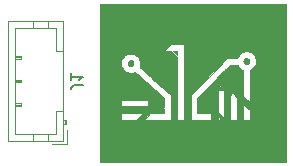
<source format=gbr>
%TF.GenerationSoftware,KiCad,Pcbnew,(5.1.9-0-10_14)*%
%TF.CreationDate,2021-07-31T12:38:44+08:00*%
%TF.ProjectId,Encoder,456e636f-6465-4722-9e6b-696361645f70,rev?*%
%TF.SameCoordinates,Original*%
%TF.FileFunction,Legend,Bot*%
%TF.FilePolarity,Positive*%
%FSLAX46Y46*%
G04 Gerber Fmt 4.6, Leading zero omitted, Abs format (unit mm)*
G04 Created by KiCad (PCBNEW (5.1.9-0-10_14)) date 2021-07-31 12:38:44*
%MOMM*%
%LPD*%
G01*
G04 APERTURE LIST*
%ADD10C,0.010000*%
%ADD11C,0.120000*%
%ADD12C,0.150000*%
G04 APERTURE END LIST*
D10*
%TO.C,G\u002A\u002A\u002A*%
G36*
X148856700Y-102400100D02*
G01*
X133083300Y-102400100D01*
X133083300Y-106349800D01*
X138550866Y-106349800D01*
X138830050Y-106070400D01*
X139109233Y-105791000D01*
X140224908Y-105791000D01*
X140216458Y-107915075D01*
X140215486Y-108166485D01*
X140214546Y-108423753D01*
X140213644Y-108684502D01*
X140212785Y-108946355D01*
X140211977Y-109206934D01*
X140211226Y-109463864D01*
X140210538Y-109714766D01*
X140209918Y-109957263D01*
X140209374Y-110188979D01*
X140208912Y-110407537D01*
X140208538Y-110610559D01*
X140208258Y-110795668D01*
X140208078Y-110960487D01*
X140208005Y-111102640D01*
X140208004Y-111121825D01*
X140208000Y-112204500D01*
X140779500Y-112204500D01*
X140779500Y-110111347D01*
X142306105Y-108557599D01*
X143832710Y-107003850D01*
X144233330Y-106996049D01*
X144358737Y-106993621D01*
X144461083Y-106991611D01*
X144542700Y-106989883D01*
X144605923Y-106988302D01*
X144653082Y-106986732D01*
X144686512Y-106985037D01*
X144708544Y-106983082D01*
X144721512Y-106980731D01*
X144727749Y-106977849D01*
X144729588Y-106974300D01*
X144729360Y-106969947D01*
X144729200Y-106967221D01*
X144734622Y-106948675D01*
X144749153Y-106913651D01*
X144770192Y-106868208D01*
X144782349Y-106843452D01*
X144853794Y-106728423D01*
X144945168Y-106626448D01*
X145053261Y-106540101D01*
X145174866Y-106471955D01*
X145303437Y-106425477D01*
X145402562Y-106407640D01*
X145512973Y-106402642D01*
X145624822Y-106410131D01*
X145728261Y-106429753D01*
X145768499Y-106442114D01*
X145898919Y-106500491D01*
X146016507Y-106578048D01*
X146118036Y-106672228D01*
X146200279Y-106780471D01*
X146205108Y-106788306D01*
X146266498Y-106909863D01*
X146304575Y-107035817D01*
X146320746Y-107171148D01*
X146321485Y-107200700D01*
X146319340Y-107297617D01*
X146309216Y-107379893D01*
X146288885Y-107457630D01*
X146256120Y-107540927D01*
X146237646Y-107580987D01*
X146181469Y-107676729D01*
X146108167Y-107768119D01*
X146023566Y-107849193D01*
X145933494Y-107913985D01*
X145888789Y-107938142D01*
X145797429Y-107981750D01*
X145797119Y-108316763D01*
X146177000Y-108316763D01*
X146177000Y-108280992D01*
X146178427Y-108259345D01*
X146187223Y-108249888D01*
X146210162Y-108249208D01*
X146235020Y-108251760D01*
X146293041Y-108258300D01*
X146288995Y-108209691D01*
X146283555Y-108177865D01*
X146269346Y-108157255D01*
X146239433Y-108138833D01*
X146231567Y-108134916D01*
X146198063Y-108115956D01*
X146182216Y-108097360D01*
X146177675Y-108071193D01*
X146177592Y-108067475D01*
X146179747Y-108039496D01*
X146185793Y-108026649D01*
X146186525Y-108026554D01*
X146201396Y-108033836D01*
X146228672Y-108051998D01*
X146246338Y-108064953D01*
X146296626Y-108102999D01*
X146313334Y-108071111D01*
X146339084Y-108043338D01*
X146374598Y-108028875D01*
X146409506Y-108031322D01*
X146417090Y-108035102D01*
X146442026Y-108059561D01*
X146458263Y-108098416D01*
X146466857Y-108155356D01*
X146468937Y-108216700D01*
X146469149Y-108324650D01*
X146323074Y-108320707D01*
X146177000Y-108316763D01*
X145797119Y-108316763D01*
X145796757Y-108707476D01*
X146179718Y-108707476D01*
X146193339Y-108700036D01*
X146210443Y-108699271D01*
X146246850Y-108699241D01*
X146242761Y-108799151D01*
X146241223Y-108849388D01*
X146242482Y-108879855D01*
X146247735Y-108896130D01*
X146258183Y-108903792D01*
X146265763Y-108906145D01*
X146288901Y-108905957D01*
X146301083Y-108888375D01*
X146303554Y-108850647D01*
X146301828Y-108826352D01*
X146299875Y-108793873D01*
X146306039Y-108779387D01*
X146325798Y-108775629D01*
X146340144Y-108775500D01*
X146367817Y-108777330D01*
X146374227Y-108784388D01*
X146369081Y-108792645D01*
X146360526Y-108817859D01*
X146360089Y-108854295D01*
X146367342Y-108889254D01*
X146372720Y-108900674D01*
X146392171Y-108913887D01*
X146400966Y-108915200D01*
X146410584Y-108911116D01*
X146415836Y-108895731D01*
X146417421Y-108864349D01*
X146416092Y-108813567D01*
X146415011Y-108758795D01*
X146418231Y-108725262D01*
X146427288Y-108708957D01*
X146443719Y-108705871D01*
X146456400Y-108708340D01*
X146465019Y-108714701D01*
X146470233Y-108731267D01*
X146472513Y-108762357D01*
X146472332Y-108812290D01*
X146471457Y-108845973D01*
X146467465Y-108978700D01*
X146189700Y-108978700D01*
X146189526Y-108867575D01*
X146188591Y-108813482D01*
X146186251Y-108766339D01*
X146182949Y-108734039D01*
X146181695Y-108727875D01*
X146179718Y-108707476D01*
X145796757Y-108707476D01*
X145796699Y-108769150D01*
X145796401Y-108931525D01*
X145795817Y-109104695D01*
X145794981Y-109283745D01*
X145793976Y-109454950D01*
X146183350Y-109454950D01*
X146183350Y-109423200D01*
X146184179Y-109409303D01*
X146189611Y-109399937D01*
X146204059Y-109393879D01*
X146231936Y-109389903D01*
X146277655Y-109386785D01*
X146323050Y-109384436D01*
X146379562Y-109381398D01*
X146425713Y-109378538D01*
X146456227Y-109376208D01*
X146465925Y-109374911D01*
X146468035Y-109384275D01*
X146469076Y-109410532D01*
X146469100Y-109415751D01*
X146469100Y-109459101D01*
X146326225Y-109457026D01*
X146183350Y-109454950D01*
X145793976Y-109454950D01*
X145793924Y-109463759D01*
X145792679Y-109639823D01*
X145791280Y-109807020D01*
X145789760Y-109960436D01*
X145788914Y-110031274D01*
X146184665Y-110031274D01*
X146190733Y-109961467D01*
X146217218Y-109889925D01*
X146230949Y-109871457D01*
X146248213Y-109871971D01*
X146271502Y-109887154D01*
X146285435Y-109900950D01*
X146283065Y-109905800D01*
X146268807Y-109916112D01*
X146255238Y-109938148D01*
X146241083Y-109989143D01*
X146243516Y-110036491D01*
X146259373Y-110076501D01*
X146285489Y-110105481D01*
X146318700Y-110119738D01*
X146355839Y-110115579D01*
X146388906Y-110094087D01*
X146410519Y-110058489D01*
X146418734Y-110011568D01*
X146412841Y-109964005D01*
X146399457Y-109935351D01*
X146388227Y-109914799D01*
X146394558Y-109900541D01*
X146411710Y-109888075D01*
X146435530Y-109873477D01*
X146447867Y-109867700D01*
X146452913Y-109879039D01*
X146461012Y-109908576D01*
X146469213Y-109944438D01*
X146477245Y-110021868D01*
X146466705Y-110085970D01*
X146438767Y-110134787D01*
X146394603Y-110166363D01*
X146335386Y-110178744D01*
X146328665Y-110178850D01*
X146284674Y-110175637D01*
X146254252Y-110163385D01*
X146233533Y-110145907D01*
X146199027Y-110094256D01*
X146184665Y-110031274D01*
X145788914Y-110031274D01*
X145788150Y-110095155D01*
X145787549Y-110138559D01*
X145779129Y-110720567D01*
X145501111Y-110443359D01*
X145223094Y-110166150D01*
X145240648Y-107994450D01*
X145159549Y-107954746D01*
X145046735Y-107888421D01*
X144944601Y-107806555D01*
X144857983Y-107713646D01*
X144791714Y-107614189D01*
X144790113Y-107611192D01*
X144760993Y-107556300D01*
X144083174Y-107556300D01*
X143772498Y-107870625D01*
X143722067Y-107921700D01*
X143655394Y-107989306D01*
X143574041Y-108071857D01*
X143479567Y-108167767D01*
X143373533Y-108275452D01*
X143257502Y-108393324D01*
X143133032Y-108519798D01*
X143001686Y-108653288D01*
X142865023Y-108792209D01*
X142724605Y-108934975D01*
X142581993Y-109079999D01*
X142438747Y-109225696D01*
X142400649Y-109264450D01*
X141339477Y-110343950D01*
X141338888Y-110994825D01*
X141338396Y-111539630D01*
X143065500Y-111539630D01*
X143065500Y-109167740D01*
X143113489Y-109171645D01*
X143129301Y-109174103D01*
X143145601Y-109180212D01*
X143164788Y-109192071D01*
X143189259Y-109211780D01*
X143221414Y-109241438D01*
X143263651Y-109283145D01*
X143318366Y-109339000D01*
X143387960Y-109411102D01*
X143392889Y-109416227D01*
X143624300Y-109656903D01*
X143624300Y-112079675D01*
X143344900Y-111809652D01*
X143065500Y-111539630D01*
X141338396Y-111539630D01*
X141338300Y-111645700D01*
X142519400Y-111645700D01*
X142519400Y-112204500D01*
X143065500Y-112204500D01*
X143065500Y-112039400D01*
X143065742Y-111977982D01*
X143066405Y-111926924D01*
X143067393Y-111890941D01*
X143068610Y-111874750D01*
X143068858Y-111874300D01*
X143078443Y-111882841D01*
X143103060Y-111906585D01*
X143139837Y-111942714D01*
X143185906Y-111988409D01*
X143236950Y-112039400D01*
X143385056Y-112187836D01*
X144145000Y-112187836D01*
X144145000Y-111823613D01*
X144145147Y-111709813D01*
X144145572Y-111584589D01*
X144146249Y-111450088D01*
X144147153Y-111308457D01*
X144148257Y-111161843D01*
X144149537Y-111012392D01*
X144150966Y-110862251D01*
X144152519Y-110713566D01*
X144154170Y-110568485D01*
X144155894Y-110429154D01*
X144157664Y-110297719D01*
X144159457Y-110176327D01*
X144161244Y-110067126D01*
X144163002Y-109972261D01*
X144164704Y-109893879D01*
X144166326Y-109834127D01*
X144167840Y-109795151D01*
X144169221Y-109779099D01*
X144169420Y-109778800D01*
X144179945Y-109787446D01*
X144206112Y-109811919D01*
X144245666Y-109850024D01*
X144296352Y-109899563D01*
X144355916Y-109958343D01*
X144422101Y-110024166D01*
X144448774Y-110050824D01*
X144720577Y-110322848D01*
X144715813Y-110817668D01*
X146189700Y-110817668D01*
X146191845Y-110792788D01*
X146197075Y-110785371D01*
X146197719Y-110785887D01*
X146213857Y-110787158D01*
X146229469Y-110781207D01*
X146244330Y-110761443D01*
X146252861Y-110727328D01*
X146254861Y-110687796D01*
X146250129Y-110651779D01*
X146238463Y-110628211D01*
X146233003Y-110624668D01*
X146209220Y-110621598D01*
X146201253Y-110624059D01*
X146194181Y-110617454D01*
X146190098Y-110592392D01*
X146189700Y-110579092D01*
X146189700Y-110526985D01*
X146314407Y-110591043D01*
X146367000Y-110617104D01*
X146412825Y-110638060D01*
X146446299Y-110651462D01*
X146460457Y-110655100D01*
X146475772Y-110662463D01*
X146481552Y-110687940D01*
X146481800Y-110698761D01*
X146478562Y-110729436D01*
X146466887Y-110740981D01*
X146459575Y-110741529D01*
X146439381Y-110746372D01*
X146402204Y-110760163D01*
X146353844Y-110780618D01*
X146313525Y-110799053D01*
X146189700Y-110857469D01*
X146189700Y-110817668D01*
X144715813Y-110817668D01*
X144711553Y-111260076D01*
X144710053Y-111411943D01*
X144708553Y-111556253D01*
X144707080Y-111691019D01*
X144705658Y-111814253D01*
X144704313Y-111923969D01*
X144703069Y-112018179D01*
X144701952Y-112094895D01*
X144700987Y-112152131D01*
X144700200Y-112187899D01*
X144699626Y-112200207D01*
X144686663Y-112200721D01*
X144652008Y-112200534D01*
X144599359Y-112199708D01*
X144532412Y-112198306D01*
X144454865Y-112196392D01*
X144420861Y-112195473D01*
X144145000Y-112187836D01*
X143385056Y-112187836D01*
X143401683Y-112204500D01*
X145207919Y-112204500D01*
X145216151Y-112061625D01*
X145217938Y-112017637D01*
X145219593Y-111951828D01*
X145221076Y-111867777D01*
X145222341Y-111769065D01*
X145223346Y-111659271D01*
X145224049Y-111541973D01*
X145224406Y-111420752D01*
X145224442Y-111372759D01*
X145224500Y-110826767D01*
X145503900Y-111105950D01*
X145586462Y-111188449D01*
X146183350Y-111188449D01*
X146259550Y-111188441D01*
X146251184Y-111394303D01*
X146366498Y-111389827D01*
X146481812Y-111385350D01*
X146481820Y-111461550D01*
X146191204Y-111461550D01*
X146187277Y-111325000D01*
X146183350Y-111188449D01*
X145586462Y-111188449D01*
X145783300Y-111385134D01*
X145783300Y-112021358D01*
X146190683Y-112021358D01*
X146191583Y-111964629D01*
X146198754Y-111914745D01*
X146207487Y-111889545D01*
X146222583Y-111867732D01*
X146243900Y-111857630D01*
X146280749Y-111854956D01*
X146282730Y-111854943D01*
X146340186Y-111854635D01*
X146344318Y-111934344D01*
X146348450Y-112014054D01*
X146304000Y-112013025D01*
X146279208Y-112010863D01*
X146273261Y-112006788D01*
X146275425Y-112005590D01*
X146286853Y-111989582D01*
X146291300Y-111962142D01*
X146287050Y-111934731D01*
X146271399Y-111925369D01*
X146265900Y-111925100D01*
X146251396Y-111928040D01*
X146243740Y-111940824D01*
X146240835Y-111969397D01*
X146240500Y-111997125D01*
X146245370Y-112054718D01*
X146261511Y-112091605D01*
X146291214Y-112110842D01*
X146329400Y-112115600D01*
X146376840Y-112105810D01*
X146409432Y-112075715D01*
X146423805Y-112043200D01*
X146426210Y-112014500D01*
X146421462Y-111978439D01*
X146411823Y-111943724D01*
X146399549Y-111919062D01*
X146389870Y-111912400D01*
X146381173Y-111908212D01*
X146390317Y-111898451D01*
X146411700Y-111887326D01*
X146432058Y-111880704D01*
X146458775Y-111879095D01*
X146466523Y-111889330D01*
X146473389Y-111960540D01*
X146477392Y-112011334D01*
X146478326Y-112046557D01*
X146475983Y-112071052D01*
X146470154Y-112089666D01*
X146460633Y-112107242D01*
X146456929Y-112113190D01*
X146418160Y-112154789D01*
X146369671Y-112178280D01*
X146317458Y-112183655D01*
X146267517Y-112170907D01*
X146225843Y-112140028D01*
X146207666Y-112113505D01*
X146196047Y-112074470D01*
X146190683Y-112021358D01*
X145783300Y-112021358D01*
X145783300Y-112204500D01*
X145207919Y-112204500D01*
X143401683Y-112204500D01*
X143065500Y-112204500D01*
X142519400Y-112204500D01*
X140779500Y-112204500D01*
X140208000Y-112204500D01*
X139649200Y-112204500D01*
X139649200Y-106876624D01*
X139121928Y-106349800D01*
X138550866Y-106349800D01*
X133083300Y-106349800D01*
X133083300Y-107358326D01*
X134883288Y-107358326D01*
X134887795Y-107312266D01*
X134917064Y-107176060D01*
X134968432Y-107048441D01*
X135039762Y-106932025D01*
X135128915Y-106829427D01*
X135233756Y-106743262D01*
X135352146Y-106676145D01*
X135433461Y-106644580D01*
X135483251Y-106628691D01*
X135521485Y-106617859D01*
X135555032Y-106611245D01*
X135590758Y-106608011D01*
X135635533Y-106607317D01*
X135696223Y-106608324D01*
X135724900Y-106608979D01*
X135798430Y-106611492D01*
X135853839Y-106615822D01*
X135898394Y-106623031D01*
X135939360Y-106634181D01*
X135969267Y-106644703D01*
X136091701Y-106702105D01*
X136204547Y-106777646D01*
X136303084Y-106867516D01*
X136382590Y-106967907D01*
X136395723Y-106988798D01*
X136455821Y-107112520D01*
X136494731Y-107246343D01*
X136511731Y-107385325D01*
X136506099Y-107524525D01*
X136488035Y-107620502D01*
X136460712Y-107727750D01*
X136524831Y-107784900D01*
X136542004Y-107800329D01*
X136576845Y-107831738D01*
X136628181Y-107878069D01*
X136694843Y-107938264D01*
X136775659Y-108011266D01*
X136869459Y-108096015D01*
X136975072Y-108191455D01*
X137091327Y-108296527D01*
X137217053Y-108410173D01*
X137351080Y-108531334D01*
X137492237Y-108658954D01*
X137639353Y-108791974D01*
X137791257Y-108929336D01*
X137838824Y-108972350D01*
X139088697Y-110102650D01*
X139089548Y-111153575D01*
X139090400Y-112204500D01*
X136823666Y-112204500D01*
X137102850Y-111925100D01*
X137382033Y-111645700D01*
X137992071Y-111645700D01*
X138262032Y-111375521D01*
X138531992Y-111105341D01*
X138528621Y-110731353D01*
X138525250Y-110357364D01*
X137915042Y-109804557D01*
X137784577Y-109686374D01*
X137639824Y-109555263D01*
X137485329Y-109415341D01*
X137325635Y-109270724D01*
X137165289Y-109125527D01*
X137008836Y-108983867D01*
X136860820Y-108849859D01*
X136725788Y-108727619D01*
X136692639Y-108697613D01*
X136080443Y-108143476D01*
X136005093Y-108173911D01*
X135915759Y-108204186D01*
X135824825Y-108221998D01*
X135722435Y-108229095D01*
X135692041Y-108229400D01*
X135600399Y-108226081D01*
X135521187Y-108214580D01*
X135444487Y-108192579D01*
X135360382Y-108157762D01*
X135335773Y-108146178D01*
X135215312Y-108074855D01*
X135111181Y-107985550D01*
X135024745Y-107880808D01*
X134957372Y-107763171D01*
X134910427Y-107635183D01*
X134885277Y-107499387D01*
X134883288Y-107358326D01*
X133083300Y-107358326D01*
X133083300Y-110490000D01*
X134848600Y-110490000D01*
X137668000Y-110490000D01*
X137668000Y-110539739D01*
X137667291Y-110555504D01*
X137663782Y-110570568D01*
X137655395Y-110587367D01*
X137640054Y-110608337D01*
X137615681Y-110635914D01*
X137580200Y-110672533D01*
X137531535Y-110720632D01*
X137467608Y-110782645D01*
X137429875Y-110819050D01*
X137191750Y-111048623D01*
X136020175Y-111048712D01*
X134848600Y-111048800D01*
X134848600Y-110490000D01*
X133083300Y-110490000D01*
X133083300Y-112204500D01*
X134848600Y-112204500D01*
X134848600Y-111645700D01*
X135785225Y-111646234D01*
X136721850Y-111646767D01*
X136438524Y-111925634D01*
X136155198Y-112204500D01*
X134848600Y-112204500D01*
X133083300Y-112204500D01*
X133083300Y-115773200D01*
X148856700Y-115773200D01*
X148856700Y-102400100D01*
G37*
X148856700Y-102400100D02*
X133083300Y-102400100D01*
X133083300Y-106349800D01*
X138550866Y-106349800D01*
X138830050Y-106070400D01*
X139109233Y-105791000D01*
X140224908Y-105791000D01*
X140216458Y-107915075D01*
X140215486Y-108166485D01*
X140214546Y-108423753D01*
X140213644Y-108684502D01*
X140212785Y-108946355D01*
X140211977Y-109206934D01*
X140211226Y-109463864D01*
X140210538Y-109714766D01*
X140209918Y-109957263D01*
X140209374Y-110188979D01*
X140208912Y-110407537D01*
X140208538Y-110610559D01*
X140208258Y-110795668D01*
X140208078Y-110960487D01*
X140208005Y-111102640D01*
X140208004Y-111121825D01*
X140208000Y-112204500D01*
X140779500Y-112204500D01*
X140779500Y-110111347D01*
X142306105Y-108557599D01*
X143832710Y-107003850D01*
X144233330Y-106996049D01*
X144358737Y-106993621D01*
X144461083Y-106991611D01*
X144542700Y-106989883D01*
X144605923Y-106988302D01*
X144653082Y-106986732D01*
X144686512Y-106985037D01*
X144708544Y-106983082D01*
X144721512Y-106980731D01*
X144727749Y-106977849D01*
X144729588Y-106974300D01*
X144729360Y-106969947D01*
X144729200Y-106967221D01*
X144734622Y-106948675D01*
X144749153Y-106913651D01*
X144770192Y-106868208D01*
X144782349Y-106843452D01*
X144853794Y-106728423D01*
X144945168Y-106626448D01*
X145053261Y-106540101D01*
X145174866Y-106471955D01*
X145303437Y-106425477D01*
X145402562Y-106407640D01*
X145512973Y-106402642D01*
X145624822Y-106410131D01*
X145728261Y-106429753D01*
X145768499Y-106442114D01*
X145898919Y-106500491D01*
X146016507Y-106578048D01*
X146118036Y-106672228D01*
X146200279Y-106780471D01*
X146205108Y-106788306D01*
X146266498Y-106909863D01*
X146304575Y-107035817D01*
X146320746Y-107171148D01*
X146321485Y-107200700D01*
X146319340Y-107297617D01*
X146309216Y-107379893D01*
X146288885Y-107457630D01*
X146256120Y-107540927D01*
X146237646Y-107580987D01*
X146181469Y-107676729D01*
X146108167Y-107768119D01*
X146023566Y-107849193D01*
X145933494Y-107913985D01*
X145888789Y-107938142D01*
X145797429Y-107981750D01*
X145797119Y-108316763D01*
X146177000Y-108316763D01*
X146177000Y-108280992D01*
X146178427Y-108259345D01*
X146187223Y-108249888D01*
X146210162Y-108249208D01*
X146235020Y-108251760D01*
X146293041Y-108258300D01*
X146288995Y-108209691D01*
X146283555Y-108177865D01*
X146269346Y-108157255D01*
X146239433Y-108138833D01*
X146231567Y-108134916D01*
X146198063Y-108115956D01*
X146182216Y-108097360D01*
X146177675Y-108071193D01*
X146177592Y-108067475D01*
X146179747Y-108039496D01*
X146185793Y-108026649D01*
X146186525Y-108026554D01*
X146201396Y-108033836D01*
X146228672Y-108051998D01*
X146246338Y-108064953D01*
X146296626Y-108102999D01*
X146313334Y-108071111D01*
X146339084Y-108043338D01*
X146374598Y-108028875D01*
X146409506Y-108031322D01*
X146417090Y-108035102D01*
X146442026Y-108059561D01*
X146458263Y-108098416D01*
X146466857Y-108155356D01*
X146468937Y-108216700D01*
X146469149Y-108324650D01*
X146323074Y-108320707D01*
X146177000Y-108316763D01*
X145797119Y-108316763D01*
X145796757Y-108707476D01*
X146179718Y-108707476D01*
X146193339Y-108700036D01*
X146210443Y-108699271D01*
X146246850Y-108699241D01*
X146242761Y-108799151D01*
X146241223Y-108849388D01*
X146242482Y-108879855D01*
X146247735Y-108896130D01*
X146258183Y-108903792D01*
X146265763Y-108906145D01*
X146288901Y-108905957D01*
X146301083Y-108888375D01*
X146303554Y-108850647D01*
X146301828Y-108826352D01*
X146299875Y-108793873D01*
X146306039Y-108779387D01*
X146325798Y-108775629D01*
X146340144Y-108775500D01*
X146367817Y-108777330D01*
X146374227Y-108784388D01*
X146369081Y-108792645D01*
X146360526Y-108817859D01*
X146360089Y-108854295D01*
X146367342Y-108889254D01*
X146372720Y-108900674D01*
X146392171Y-108913887D01*
X146400966Y-108915200D01*
X146410584Y-108911116D01*
X146415836Y-108895731D01*
X146417421Y-108864349D01*
X146416092Y-108813567D01*
X146415011Y-108758795D01*
X146418231Y-108725262D01*
X146427288Y-108708957D01*
X146443719Y-108705871D01*
X146456400Y-108708340D01*
X146465019Y-108714701D01*
X146470233Y-108731267D01*
X146472513Y-108762357D01*
X146472332Y-108812290D01*
X146471457Y-108845973D01*
X146467465Y-108978700D01*
X146189700Y-108978700D01*
X146189526Y-108867575D01*
X146188591Y-108813482D01*
X146186251Y-108766339D01*
X146182949Y-108734039D01*
X146181695Y-108727875D01*
X146179718Y-108707476D01*
X145796757Y-108707476D01*
X145796699Y-108769150D01*
X145796401Y-108931525D01*
X145795817Y-109104695D01*
X145794981Y-109283745D01*
X145793976Y-109454950D01*
X146183350Y-109454950D01*
X146183350Y-109423200D01*
X146184179Y-109409303D01*
X146189611Y-109399937D01*
X146204059Y-109393879D01*
X146231936Y-109389903D01*
X146277655Y-109386785D01*
X146323050Y-109384436D01*
X146379562Y-109381398D01*
X146425713Y-109378538D01*
X146456227Y-109376208D01*
X146465925Y-109374911D01*
X146468035Y-109384275D01*
X146469076Y-109410532D01*
X146469100Y-109415751D01*
X146469100Y-109459101D01*
X146326225Y-109457026D01*
X146183350Y-109454950D01*
X145793976Y-109454950D01*
X145793924Y-109463759D01*
X145792679Y-109639823D01*
X145791280Y-109807020D01*
X145789760Y-109960436D01*
X145788914Y-110031274D01*
X146184665Y-110031274D01*
X146190733Y-109961467D01*
X146217218Y-109889925D01*
X146230949Y-109871457D01*
X146248213Y-109871971D01*
X146271502Y-109887154D01*
X146285435Y-109900950D01*
X146283065Y-109905800D01*
X146268807Y-109916112D01*
X146255238Y-109938148D01*
X146241083Y-109989143D01*
X146243516Y-110036491D01*
X146259373Y-110076501D01*
X146285489Y-110105481D01*
X146318700Y-110119738D01*
X146355839Y-110115579D01*
X146388906Y-110094087D01*
X146410519Y-110058489D01*
X146418734Y-110011568D01*
X146412841Y-109964005D01*
X146399457Y-109935351D01*
X146388227Y-109914799D01*
X146394558Y-109900541D01*
X146411710Y-109888075D01*
X146435530Y-109873477D01*
X146447867Y-109867700D01*
X146452913Y-109879039D01*
X146461012Y-109908576D01*
X146469213Y-109944438D01*
X146477245Y-110021868D01*
X146466705Y-110085970D01*
X146438767Y-110134787D01*
X146394603Y-110166363D01*
X146335386Y-110178744D01*
X146328665Y-110178850D01*
X146284674Y-110175637D01*
X146254252Y-110163385D01*
X146233533Y-110145907D01*
X146199027Y-110094256D01*
X146184665Y-110031274D01*
X145788914Y-110031274D01*
X145788150Y-110095155D01*
X145787549Y-110138559D01*
X145779129Y-110720567D01*
X145501111Y-110443359D01*
X145223094Y-110166150D01*
X145240648Y-107994450D01*
X145159549Y-107954746D01*
X145046735Y-107888421D01*
X144944601Y-107806555D01*
X144857983Y-107713646D01*
X144791714Y-107614189D01*
X144790113Y-107611192D01*
X144760993Y-107556300D01*
X144083174Y-107556300D01*
X143772498Y-107870625D01*
X143722067Y-107921700D01*
X143655394Y-107989306D01*
X143574041Y-108071857D01*
X143479567Y-108167767D01*
X143373533Y-108275452D01*
X143257502Y-108393324D01*
X143133032Y-108519798D01*
X143001686Y-108653288D01*
X142865023Y-108792209D01*
X142724605Y-108934975D01*
X142581993Y-109079999D01*
X142438747Y-109225696D01*
X142400649Y-109264450D01*
X141339477Y-110343950D01*
X141338888Y-110994825D01*
X141338396Y-111539630D01*
X143065500Y-111539630D01*
X143065500Y-109167740D01*
X143113489Y-109171645D01*
X143129301Y-109174103D01*
X143145601Y-109180212D01*
X143164788Y-109192071D01*
X143189259Y-109211780D01*
X143221414Y-109241438D01*
X143263651Y-109283145D01*
X143318366Y-109339000D01*
X143387960Y-109411102D01*
X143392889Y-109416227D01*
X143624300Y-109656903D01*
X143624300Y-112079675D01*
X143344900Y-111809652D01*
X143065500Y-111539630D01*
X141338396Y-111539630D01*
X141338300Y-111645700D01*
X142519400Y-111645700D01*
X142519400Y-112204500D01*
X143065500Y-112204500D01*
X143065500Y-112039400D01*
X143065742Y-111977982D01*
X143066405Y-111926924D01*
X143067393Y-111890941D01*
X143068610Y-111874750D01*
X143068858Y-111874300D01*
X143078443Y-111882841D01*
X143103060Y-111906585D01*
X143139837Y-111942714D01*
X143185906Y-111988409D01*
X143236950Y-112039400D01*
X143385056Y-112187836D01*
X144145000Y-112187836D01*
X144145000Y-111823613D01*
X144145147Y-111709813D01*
X144145572Y-111584589D01*
X144146249Y-111450088D01*
X144147153Y-111308457D01*
X144148257Y-111161843D01*
X144149537Y-111012392D01*
X144150966Y-110862251D01*
X144152519Y-110713566D01*
X144154170Y-110568485D01*
X144155894Y-110429154D01*
X144157664Y-110297719D01*
X144159457Y-110176327D01*
X144161244Y-110067126D01*
X144163002Y-109972261D01*
X144164704Y-109893879D01*
X144166326Y-109834127D01*
X144167840Y-109795151D01*
X144169221Y-109779099D01*
X144169420Y-109778800D01*
X144179945Y-109787446D01*
X144206112Y-109811919D01*
X144245666Y-109850024D01*
X144296352Y-109899563D01*
X144355916Y-109958343D01*
X144422101Y-110024166D01*
X144448774Y-110050824D01*
X144720577Y-110322848D01*
X144715813Y-110817668D01*
X146189700Y-110817668D01*
X146191845Y-110792788D01*
X146197075Y-110785371D01*
X146197719Y-110785887D01*
X146213857Y-110787158D01*
X146229469Y-110781207D01*
X146244330Y-110761443D01*
X146252861Y-110727328D01*
X146254861Y-110687796D01*
X146250129Y-110651779D01*
X146238463Y-110628211D01*
X146233003Y-110624668D01*
X146209220Y-110621598D01*
X146201253Y-110624059D01*
X146194181Y-110617454D01*
X146190098Y-110592392D01*
X146189700Y-110579092D01*
X146189700Y-110526985D01*
X146314407Y-110591043D01*
X146367000Y-110617104D01*
X146412825Y-110638060D01*
X146446299Y-110651462D01*
X146460457Y-110655100D01*
X146475772Y-110662463D01*
X146481552Y-110687940D01*
X146481800Y-110698761D01*
X146478562Y-110729436D01*
X146466887Y-110740981D01*
X146459575Y-110741529D01*
X146439381Y-110746372D01*
X146402204Y-110760163D01*
X146353844Y-110780618D01*
X146313525Y-110799053D01*
X146189700Y-110857469D01*
X146189700Y-110817668D01*
X144715813Y-110817668D01*
X144711553Y-111260076D01*
X144710053Y-111411943D01*
X144708553Y-111556253D01*
X144707080Y-111691019D01*
X144705658Y-111814253D01*
X144704313Y-111923969D01*
X144703069Y-112018179D01*
X144701952Y-112094895D01*
X144700987Y-112152131D01*
X144700200Y-112187899D01*
X144699626Y-112200207D01*
X144686663Y-112200721D01*
X144652008Y-112200534D01*
X144599359Y-112199708D01*
X144532412Y-112198306D01*
X144454865Y-112196392D01*
X144420861Y-112195473D01*
X144145000Y-112187836D01*
X143385056Y-112187836D01*
X143401683Y-112204500D01*
X145207919Y-112204500D01*
X145216151Y-112061625D01*
X145217938Y-112017637D01*
X145219593Y-111951828D01*
X145221076Y-111867777D01*
X145222341Y-111769065D01*
X145223346Y-111659271D01*
X145224049Y-111541973D01*
X145224406Y-111420752D01*
X145224442Y-111372759D01*
X145224500Y-110826767D01*
X145503900Y-111105950D01*
X145586462Y-111188449D01*
X146183350Y-111188449D01*
X146259550Y-111188441D01*
X146251184Y-111394303D01*
X146366498Y-111389827D01*
X146481812Y-111385350D01*
X146481820Y-111461550D01*
X146191204Y-111461550D01*
X146187277Y-111325000D01*
X146183350Y-111188449D01*
X145586462Y-111188449D01*
X145783300Y-111385134D01*
X145783300Y-112021358D01*
X146190683Y-112021358D01*
X146191583Y-111964629D01*
X146198754Y-111914745D01*
X146207487Y-111889545D01*
X146222583Y-111867732D01*
X146243900Y-111857630D01*
X146280749Y-111854956D01*
X146282730Y-111854943D01*
X146340186Y-111854635D01*
X146344318Y-111934344D01*
X146348450Y-112014054D01*
X146304000Y-112013025D01*
X146279208Y-112010863D01*
X146273261Y-112006788D01*
X146275425Y-112005590D01*
X146286853Y-111989582D01*
X146291300Y-111962142D01*
X146287050Y-111934731D01*
X146271399Y-111925369D01*
X146265900Y-111925100D01*
X146251396Y-111928040D01*
X146243740Y-111940824D01*
X146240835Y-111969397D01*
X146240500Y-111997125D01*
X146245370Y-112054718D01*
X146261511Y-112091605D01*
X146291214Y-112110842D01*
X146329400Y-112115600D01*
X146376840Y-112105810D01*
X146409432Y-112075715D01*
X146423805Y-112043200D01*
X146426210Y-112014500D01*
X146421462Y-111978439D01*
X146411823Y-111943724D01*
X146399549Y-111919062D01*
X146389870Y-111912400D01*
X146381173Y-111908212D01*
X146390317Y-111898451D01*
X146411700Y-111887326D01*
X146432058Y-111880704D01*
X146458775Y-111879095D01*
X146466523Y-111889330D01*
X146473389Y-111960540D01*
X146477392Y-112011334D01*
X146478326Y-112046557D01*
X146475983Y-112071052D01*
X146470154Y-112089666D01*
X146460633Y-112107242D01*
X146456929Y-112113190D01*
X146418160Y-112154789D01*
X146369671Y-112178280D01*
X146317458Y-112183655D01*
X146267517Y-112170907D01*
X146225843Y-112140028D01*
X146207666Y-112113505D01*
X146196047Y-112074470D01*
X146190683Y-112021358D01*
X145783300Y-112021358D01*
X145783300Y-112204500D01*
X145207919Y-112204500D01*
X143401683Y-112204500D01*
X143065500Y-112204500D01*
X142519400Y-112204500D01*
X140779500Y-112204500D01*
X140208000Y-112204500D01*
X139649200Y-112204500D01*
X139649200Y-106876624D01*
X139121928Y-106349800D01*
X138550866Y-106349800D01*
X133083300Y-106349800D01*
X133083300Y-107358326D01*
X134883288Y-107358326D01*
X134887795Y-107312266D01*
X134917064Y-107176060D01*
X134968432Y-107048441D01*
X135039762Y-106932025D01*
X135128915Y-106829427D01*
X135233756Y-106743262D01*
X135352146Y-106676145D01*
X135433461Y-106644580D01*
X135483251Y-106628691D01*
X135521485Y-106617859D01*
X135555032Y-106611245D01*
X135590758Y-106608011D01*
X135635533Y-106607317D01*
X135696223Y-106608324D01*
X135724900Y-106608979D01*
X135798430Y-106611492D01*
X135853839Y-106615822D01*
X135898394Y-106623031D01*
X135939360Y-106634181D01*
X135969267Y-106644703D01*
X136091701Y-106702105D01*
X136204547Y-106777646D01*
X136303084Y-106867516D01*
X136382590Y-106967907D01*
X136395723Y-106988798D01*
X136455821Y-107112520D01*
X136494731Y-107246343D01*
X136511731Y-107385325D01*
X136506099Y-107524525D01*
X136488035Y-107620502D01*
X136460712Y-107727750D01*
X136524831Y-107784900D01*
X136542004Y-107800329D01*
X136576845Y-107831738D01*
X136628181Y-107878069D01*
X136694843Y-107938264D01*
X136775659Y-108011266D01*
X136869459Y-108096015D01*
X136975072Y-108191455D01*
X137091327Y-108296527D01*
X137217053Y-108410173D01*
X137351080Y-108531334D01*
X137492237Y-108658954D01*
X137639353Y-108791974D01*
X137791257Y-108929336D01*
X137838824Y-108972350D01*
X139088697Y-110102650D01*
X139089548Y-111153575D01*
X139090400Y-112204500D01*
X136823666Y-112204500D01*
X137102850Y-111925100D01*
X137382033Y-111645700D01*
X137992071Y-111645700D01*
X138262032Y-111375521D01*
X138531992Y-111105341D01*
X138528621Y-110731353D01*
X138525250Y-110357364D01*
X137915042Y-109804557D01*
X137784577Y-109686374D01*
X137639824Y-109555263D01*
X137485329Y-109415341D01*
X137325635Y-109270724D01*
X137165289Y-109125527D01*
X137008836Y-108983867D01*
X136860820Y-108849859D01*
X136725788Y-108727619D01*
X136692639Y-108697613D01*
X136080443Y-108143476D01*
X136005093Y-108173911D01*
X135915759Y-108204186D01*
X135824825Y-108221998D01*
X135722435Y-108229095D01*
X135692041Y-108229400D01*
X135600399Y-108226081D01*
X135521187Y-108214580D01*
X135444487Y-108192579D01*
X135360382Y-108157762D01*
X135335773Y-108146178D01*
X135215312Y-108074855D01*
X135111181Y-107985550D01*
X135024745Y-107880808D01*
X134957372Y-107763171D01*
X134910427Y-107635183D01*
X134885277Y-107499387D01*
X134883288Y-107358326D01*
X133083300Y-107358326D01*
X133083300Y-110490000D01*
X134848600Y-110490000D01*
X137668000Y-110490000D01*
X137668000Y-110539739D01*
X137667291Y-110555504D01*
X137663782Y-110570568D01*
X137655395Y-110587367D01*
X137640054Y-110608337D01*
X137615681Y-110635914D01*
X137580200Y-110672533D01*
X137531535Y-110720632D01*
X137467608Y-110782645D01*
X137429875Y-110819050D01*
X137191750Y-111048623D01*
X136020175Y-111048712D01*
X134848600Y-111048800D01*
X134848600Y-110490000D01*
X133083300Y-110490000D01*
X133083300Y-112204500D01*
X134848600Y-112204500D01*
X134848600Y-111645700D01*
X135785225Y-111646234D01*
X136721850Y-111646767D01*
X136438524Y-111925634D01*
X136155198Y-112204500D01*
X134848600Y-112204500D01*
X133083300Y-112204500D01*
X133083300Y-115773200D01*
X148856700Y-115773200D01*
X148856700Y-102400100D01*
G36*
X139649200Y-106349800D02*
G01*
X139458700Y-106349800D01*
X139392405Y-106350409D01*
X139336145Y-106352085D01*
X139294308Y-106354606D01*
X139271285Y-106357749D01*
X139268200Y-106359484D01*
X139276799Y-106370940D01*
X139300840Y-106397474D01*
X139337686Y-106436319D01*
X139384702Y-106484711D01*
X139439251Y-106539884D01*
X139458700Y-106559350D01*
X139649200Y-106749533D01*
X139649200Y-106349800D01*
G37*
X139649200Y-106349800D02*
X139458700Y-106349800D01*
X139392405Y-106350409D01*
X139336145Y-106352085D01*
X139294308Y-106354606D01*
X139271285Y-106357749D01*
X139268200Y-106359484D01*
X139276799Y-106370940D01*
X139300840Y-106397474D01*
X139337686Y-106436319D01*
X139384702Y-106484711D01*
X139439251Y-106539884D01*
X139458700Y-106559350D01*
X139649200Y-106749533D01*
X139649200Y-106349800D01*
G36*
X145515966Y-107465239D02*
G01*
X145519059Y-107465067D01*
X145569961Y-107460378D01*
X145605571Y-107451062D01*
X145635959Y-107433835D01*
X145651587Y-107421841D01*
X145700781Y-107377577D01*
X145731564Y-107336370D01*
X145748382Y-107290199D01*
X145755475Y-107234442D01*
X145750628Y-107151853D01*
X145724576Y-107083116D01*
X145677175Y-107027888D01*
X145665942Y-107019040D01*
X145592583Y-106977691D01*
X145518117Y-106961320D01*
X145443626Y-106970077D01*
X145408541Y-106983086D01*
X145341299Y-107025843D01*
X145292954Y-107081710D01*
X145263862Y-107146436D01*
X145254376Y-107215772D01*
X145264852Y-107285468D01*
X145295645Y-107351274D01*
X145347110Y-107408939D01*
X145371434Y-107427342D01*
X145407568Y-107450341D01*
X145436643Y-107462520D01*
X145469246Y-107466583D01*
X145515966Y-107465239D01*
G37*
X145515966Y-107465239D02*
X145519059Y-107465067D01*
X145569961Y-107460378D01*
X145605571Y-107451062D01*
X145635959Y-107433835D01*
X145651587Y-107421841D01*
X145700781Y-107377577D01*
X145731564Y-107336370D01*
X145748382Y-107290199D01*
X145755475Y-107234442D01*
X145750628Y-107151853D01*
X145724576Y-107083116D01*
X145677175Y-107027888D01*
X145665942Y-107019040D01*
X145592583Y-106977691D01*
X145518117Y-106961320D01*
X145443626Y-106970077D01*
X145408541Y-106983086D01*
X145341299Y-107025843D01*
X145292954Y-107081710D01*
X145263862Y-107146436D01*
X145254376Y-107215772D01*
X145264852Y-107285468D01*
X145295645Y-107351274D01*
X145347110Y-107408939D01*
X145371434Y-107427342D01*
X145407568Y-107450341D01*
X145436643Y-107462520D01*
X145469246Y-107466583D01*
X145515966Y-107465239D01*
G36*
X135749780Y-107662756D02*
G01*
X135785013Y-107656417D01*
X135815468Y-107642452D01*
X135840149Y-107626150D01*
X135895956Y-107572681D01*
X135931855Y-107508339D01*
X135947835Y-107437881D01*
X135943880Y-107366063D01*
X135919979Y-107297640D01*
X135876118Y-107237369D01*
X135841309Y-107207866D01*
X135780643Y-107178388D01*
X135710520Y-107165062D01*
X135640751Y-107168925D01*
X135597990Y-107182133D01*
X135529591Y-107225681D01*
X135480434Y-107284975D01*
X135452179Y-107357424D01*
X135445708Y-107419270D01*
X135457608Y-107496685D01*
X135492750Y-107563886D01*
X135551070Y-107620753D01*
X135557826Y-107625622D01*
X135591674Y-107647062D01*
X135622564Y-107658754D01*
X135660847Y-107663521D01*
X135699500Y-107664250D01*
X135749780Y-107662756D01*
G37*
X135749780Y-107662756D02*
X135785013Y-107656417D01*
X135815468Y-107642452D01*
X135840149Y-107626150D01*
X135895956Y-107572681D01*
X135931855Y-107508339D01*
X135947835Y-107437881D01*
X135943880Y-107366063D01*
X135919979Y-107297640D01*
X135876118Y-107237369D01*
X135841309Y-107207866D01*
X135780643Y-107178388D01*
X135710520Y-107165062D01*
X135640751Y-107168925D01*
X135597990Y-107182133D01*
X135529591Y-107225681D01*
X135480434Y-107284975D01*
X135452179Y-107357424D01*
X135445708Y-107419270D01*
X135457608Y-107496685D01*
X135492750Y-107563886D01*
X135551070Y-107620753D01*
X135557826Y-107625622D01*
X135591674Y-107647062D01*
X135622564Y-107658754D01*
X135660847Y-107663521D01*
X135699500Y-107664250D01*
X135749780Y-107662756D01*
G36*
X138322050Y-111642803D02*
G01*
X138525250Y-111639350D01*
X138528755Y-111445675D01*
X138529347Y-111378807D01*
X138528671Y-111321932D01*
X138526872Y-111279402D01*
X138524098Y-111255566D01*
X138522252Y-111252000D01*
X138510741Y-111260609D01*
X138484111Y-111284708D01*
X138445078Y-111321704D01*
X138396362Y-111369006D01*
X138340680Y-111424020D01*
X138315546Y-111449128D01*
X138118850Y-111646255D01*
X138322050Y-111642803D01*
G37*
X138322050Y-111642803D02*
X138525250Y-111639350D01*
X138528755Y-111445675D01*
X138529347Y-111378807D01*
X138528671Y-111321932D01*
X138526872Y-111279402D01*
X138524098Y-111255566D01*
X138522252Y-111252000D01*
X138510741Y-111260609D01*
X138484111Y-111284708D01*
X138445078Y-111321704D01*
X138396362Y-111369006D01*
X138340680Y-111424020D01*
X138315546Y-111449128D01*
X138118850Y-111646255D01*
X138322050Y-111642803D01*
G36*
X146380200Y-108252301D02*
G01*
X146403950Y-108248556D01*
X146414990Y-108237231D01*
X146418155Y-108210943D01*
X146418300Y-108194114D01*
X146413391Y-108142338D01*
X146399835Y-108106288D01*
X146379380Y-108090165D01*
X146374761Y-108089700D01*
X146355784Y-108099978D01*
X146349808Y-108109789D01*
X146345244Y-108133926D01*
X146342479Y-108172166D01*
X146342100Y-108192541D01*
X146342876Y-108229739D01*
X146347879Y-108247825D01*
X146361118Y-108253088D01*
X146380200Y-108252301D01*
G37*
X146380200Y-108252301D02*
X146403950Y-108248556D01*
X146414990Y-108237231D01*
X146418155Y-108210943D01*
X146418300Y-108194114D01*
X146413391Y-108142338D01*
X146399835Y-108106288D01*
X146379380Y-108090165D01*
X146374761Y-108089700D01*
X146355784Y-108099978D01*
X146349808Y-108109789D01*
X146345244Y-108133926D01*
X146342479Y-108172166D01*
X146342100Y-108192541D01*
X146342876Y-108229739D01*
X146347879Y-108247825D01*
X146361118Y-108253088D01*
X146380200Y-108252301D01*
G36*
X143360116Y-109663952D02*
G01*
X143413640Y-109662715D01*
X143458077Y-109660879D01*
X143487795Y-109658498D01*
X143497300Y-109655948D01*
X143488919Y-109644914D01*
X143466033Y-109619354D01*
X143432026Y-109582777D01*
X143390282Y-109538688D01*
X143344186Y-109490594D01*
X143297122Y-109442002D01*
X143252474Y-109396418D01*
X143213626Y-109357348D01*
X143183963Y-109328300D01*
X143166869Y-109312779D01*
X143164622Y-109311250D01*
X143161155Y-109321672D01*
X143157743Y-109353031D01*
X143154722Y-109400868D01*
X143152426Y-109460720D01*
X143151922Y-109480626D01*
X143150876Y-109544222D01*
X143150699Y-109598127D01*
X143151353Y-109637552D01*
X143152800Y-109657712D01*
X143153341Y-109659251D01*
X143167807Y-109661823D01*
X143201350Y-109663524D01*
X143248337Y-109664410D01*
X143303137Y-109664535D01*
X143360116Y-109663952D01*
G37*
X143360116Y-109663952D02*
X143413640Y-109662715D01*
X143458077Y-109660879D01*
X143487795Y-109658498D01*
X143497300Y-109655948D01*
X143488919Y-109644914D01*
X143466033Y-109619354D01*
X143432026Y-109582777D01*
X143390282Y-109538688D01*
X143344186Y-109490594D01*
X143297122Y-109442002D01*
X143252474Y-109396418D01*
X143213626Y-109357348D01*
X143183963Y-109328300D01*
X143166869Y-109312779D01*
X143164622Y-109311250D01*
X143161155Y-109321672D01*
X143157743Y-109353031D01*
X143154722Y-109400868D01*
X143152426Y-109460720D01*
X143151922Y-109480626D01*
X143150876Y-109544222D01*
X143150699Y-109598127D01*
X143151353Y-109637552D01*
X143152800Y-109657712D01*
X143153341Y-109659251D01*
X143167807Y-109661823D01*
X143201350Y-109663524D01*
X143248337Y-109664410D01*
X143303137Y-109664535D01*
X143360116Y-109663952D01*
G36*
X137206690Y-110913218D02*
G01*
X137233174Y-110889325D01*
X137271618Y-110852903D01*
X137319088Y-110806735D01*
X137372652Y-110753603D01*
X137375900Y-110750350D01*
X137546997Y-110578900D01*
X137185400Y-110578900D01*
X137185400Y-110750350D01*
X137186074Y-110813020D01*
X137187925Y-110865419D01*
X137190688Y-110902920D01*
X137194104Y-110920895D01*
X137195101Y-110921800D01*
X137206690Y-110913218D01*
G37*
X137206690Y-110913218D02*
X137233174Y-110889325D01*
X137271618Y-110852903D01*
X137319088Y-110806735D01*
X137372652Y-110753603D01*
X137375900Y-110750350D01*
X137546997Y-110578900D01*
X137185400Y-110578900D01*
X137185400Y-110750350D01*
X137186074Y-110813020D01*
X137187925Y-110865419D01*
X137190688Y-110902920D01*
X137194104Y-110920895D01*
X137195101Y-110921800D01*
X137206690Y-110913218D01*
G36*
X146344382Y-110723770D02*
G01*
X146384765Y-110702887D01*
X146353907Y-110685794D01*
X146323595Y-110671274D01*
X146308823Y-110673361D01*
X146304210Y-110694258D01*
X146304000Y-110706227D01*
X146304000Y-110744653D01*
X146344382Y-110723770D01*
G37*
X146344382Y-110723770D02*
X146384765Y-110702887D01*
X146353907Y-110685794D01*
X146323595Y-110671274D01*
X146308823Y-110673361D01*
X146304210Y-110694258D01*
X146304000Y-110706227D01*
X146304000Y-110744653D01*
X146344382Y-110723770D01*
D11*
%TO.C,J1*%
X130016500Y-113978000D02*
X125296500Y-113978000D01*
X125296500Y-113978000D02*
X125296500Y-103858000D01*
X125296500Y-103858000D02*
X130016500Y-103858000D01*
X130016500Y-103858000D02*
X130016500Y-113978000D01*
X130016500Y-112218000D02*
X130216500Y-112218000D01*
X130216500Y-112218000D02*
X130216500Y-112518000D01*
X130216500Y-112518000D02*
X130016500Y-112518000D01*
X130116500Y-112218000D02*
X130116500Y-112518000D01*
X130016500Y-111418000D02*
X129406500Y-111418000D01*
X129406500Y-111418000D02*
X129406500Y-113368000D01*
X129406500Y-113368000D02*
X125906500Y-113368000D01*
X125906500Y-113368000D02*
X125906500Y-104468000D01*
X125906500Y-104468000D02*
X129406500Y-104468000D01*
X129406500Y-104468000D02*
X129406500Y-106418000D01*
X129406500Y-106418000D02*
X130016500Y-106418000D01*
X128706500Y-113978000D02*
X128706500Y-113368000D01*
X127406500Y-113978000D02*
X127406500Y-113368000D01*
X128706500Y-103858000D02*
X128706500Y-104468000D01*
X127406500Y-103858000D02*
X127406500Y-104468000D01*
X125906500Y-111018000D02*
X126406500Y-111018000D01*
X126406500Y-111018000D02*
X126406500Y-110818000D01*
X126406500Y-110818000D02*
X125906500Y-110818000D01*
X125906500Y-110918000D02*
X126406500Y-110918000D01*
X125906500Y-109018000D02*
X126406500Y-109018000D01*
X126406500Y-109018000D02*
X126406500Y-108818000D01*
X126406500Y-108818000D02*
X125906500Y-108818000D01*
X125906500Y-108918000D02*
X126406500Y-108918000D01*
X125906500Y-107018000D02*
X126406500Y-107018000D01*
X126406500Y-107018000D02*
X126406500Y-106818000D01*
X126406500Y-106818000D02*
X125906500Y-106818000D01*
X125906500Y-106918000D02*
X126406500Y-106918000D01*
X130316500Y-113028000D02*
X130316500Y-114278000D01*
X130316500Y-114278000D02*
X129066500Y-114278000D01*
D12*
X131654119Y-109251333D02*
X130939833Y-109251333D01*
X130796976Y-109298952D01*
X130701738Y-109394190D01*
X130654119Y-109537047D01*
X130654119Y-109632285D01*
X130654119Y-108251333D02*
X130654119Y-108822761D01*
X130654119Y-108537047D02*
X131654119Y-108537047D01*
X131511261Y-108632285D01*
X131416023Y-108727523D01*
X131368404Y-108822761D01*
%TD*%
M02*

</source>
